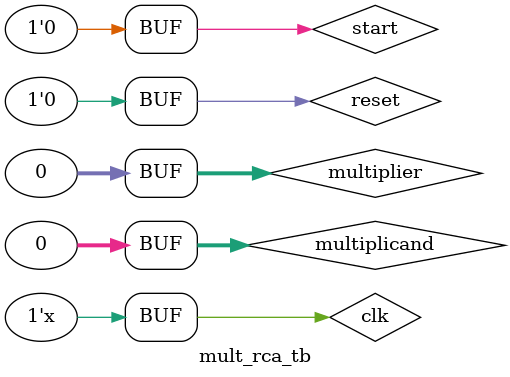
<source format=v>
`timescale 1ns/1ps
module mult_rca_tb();

parameter N=32;

//reg Port
reg clk;
reg reset;
reg start;
reg [N-1:0] multiplier;
reg [N-1:0] multiplicand;

//Output Port
wire [2*N-1:0] product;
wire valid;

mult_rca uut 
(
	.clk(clk),
	.reset(reset),
	.start(start),
	.multiplier(multiplier),
	.multiplicand(multiplicand),
	.product(product),
	.valid(valid)
);

always#10 clk = ~ clk;

initial begin
		clk= 0;
		reset=0;
		multiplier =0;
		multiplicand=0;
		start=0;
		#40 reset= 1;
		#100 reset =0;
		#40 start = 1;multiplier = 1256;multiplicand = 256;
		#40 start = 0;multiplier = 0;multiplicand = 0;	

end

endmodule

</source>
